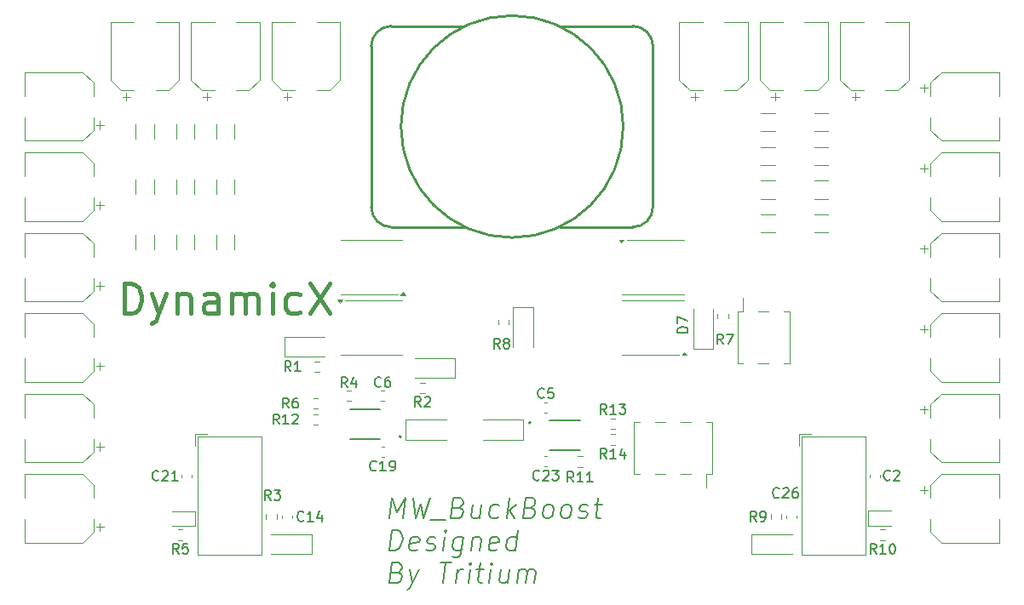
<source format=gbr>
%TF.GenerationSoftware,KiCad,Pcbnew,8.0.2*%
%TF.CreationDate,2024-06-09T17:22:24+08:00*%
%TF.ProjectId,MW_Buck_Boost_PB,4d575f42-7563-46b5-9f42-6f6f73745f50,rev?*%
%TF.SameCoordinates,Original*%
%TF.FileFunction,Legend,Top*%
%TF.FilePolarity,Positive*%
%FSLAX46Y46*%
G04 Gerber Fmt 4.6, Leading zero omitted, Abs format (unit mm)*
G04 Created by KiCad (PCBNEW 8.0.2) date 2024-06-09 17:22:24*
%MOMM*%
%LPD*%
G01*
G04 APERTURE LIST*
%ADD10C,0.400000*%
%ADD11C,0.200000*%
%ADD12C,0.150000*%
%ADD13C,0.127000*%
%ADD14C,0.120000*%
%ADD15C,0.254000*%
G04 APERTURE END LIST*
D10*
X82207442Y-98867057D02*
X82207442Y-95867057D01*
X82207442Y-95867057D02*
X82921728Y-95867057D01*
X82921728Y-95867057D02*
X83350299Y-96009914D01*
X83350299Y-96009914D02*
X83636014Y-96295628D01*
X83636014Y-96295628D02*
X83778871Y-96581342D01*
X83778871Y-96581342D02*
X83921728Y-97152771D01*
X83921728Y-97152771D02*
X83921728Y-97581342D01*
X83921728Y-97581342D02*
X83778871Y-98152771D01*
X83778871Y-98152771D02*
X83636014Y-98438485D01*
X83636014Y-98438485D02*
X83350299Y-98724200D01*
X83350299Y-98724200D02*
X82921728Y-98867057D01*
X82921728Y-98867057D02*
X82207442Y-98867057D01*
X84921728Y-96867057D02*
X85636014Y-98867057D01*
X86350299Y-96867057D02*
X85636014Y-98867057D01*
X85636014Y-98867057D02*
X85350299Y-99581342D01*
X85350299Y-99581342D02*
X85207442Y-99724200D01*
X85207442Y-99724200D02*
X84921728Y-99867057D01*
X87493156Y-96867057D02*
X87493156Y-98867057D01*
X87493156Y-97152771D02*
X87636013Y-97009914D01*
X87636013Y-97009914D02*
X87921728Y-96867057D01*
X87921728Y-96867057D02*
X88350299Y-96867057D01*
X88350299Y-96867057D02*
X88636013Y-97009914D01*
X88636013Y-97009914D02*
X88778871Y-97295628D01*
X88778871Y-97295628D02*
X88778871Y-98867057D01*
X91493157Y-98867057D02*
X91493157Y-97295628D01*
X91493157Y-97295628D02*
X91350299Y-97009914D01*
X91350299Y-97009914D02*
X91064585Y-96867057D01*
X91064585Y-96867057D02*
X90493157Y-96867057D01*
X90493157Y-96867057D02*
X90207442Y-97009914D01*
X91493157Y-98724200D02*
X91207442Y-98867057D01*
X91207442Y-98867057D02*
X90493157Y-98867057D01*
X90493157Y-98867057D02*
X90207442Y-98724200D01*
X90207442Y-98724200D02*
X90064585Y-98438485D01*
X90064585Y-98438485D02*
X90064585Y-98152771D01*
X90064585Y-98152771D02*
X90207442Y-97867057D01*
X90207442Y-97867057D02*
X90493157Y-97724200D01*
X90493157Y-97724200D02*
X91207442Y-97724200D01*
X91207442Y-97724200D02*
X91493157Y-97581342D01*
X92921728Y-98867057D02*
X92921728Y-96867057D01*
X92921728Y-97152771D02*
X93064585Y-97009914D01*
X93064585Y-97009914D02*
X93350300Y-96867057D01*
X93350300Y-96867057D02*
X93778871Y-96867057D01*
X93778871Y-96867057D02*
X94064585Y-97009914D01*
X94064585Y-97009914D02*
X94207443Y-97295628D01*
X94207443Y-97295628D02*
X94207443Y-98867057D01*
X94207443Y-97295628D02*
X94350300Y-97009914D01*
X94350300Y-97009914D02*
X94636014Y-96867057D01*
X94636014Y-96867057D02*
X95064585Y-96867057D01*
X95064585Y-96867057D02*
X95350300Y-97009914D01*
X95350300Y-97009914D02*
X95493157Y-97295628D01*
X95493157Y-97295628D02*
X95493157Y-98867057D01*
X96921728Y-98867057D02*
X96921728Y-96867057D01*
X96921728Y-95867057D02*
X96778871Y-96009914D01*
X96778871Y-96009914D02*
X96921728Y-96152771D01*
X96921728Y-96152771D02*
X97064585Y-96009914D01*
X97064585Y-96009914D02*
X96921728Y-95867057D01*
X96921728Y-95867057D02*
X96921728Y-96152771D01*
X99636014Y-98724200D02*
X99350299Y-98867057D01*
X99350299Y-98867057D02*
X98778871Y-98867057D01*
X98778871Y-98867057D02*
X98493156Y-98724200D01*
X98493156Y-98724200D02*
X98350299Y-98581342D01*
X98350299Y-98581342D02*
X98207442Y-98295628D01*
X98207442Y-98295628D02*
X98207442Y-97438485D01*
X98207442Y-97438485D02*
X98350299Y-97152771D01*
X98350299Y-97152771D02*
X98493156Y-97009914D01*
X98493156Y-97009914D02*
X98778871Y-96867057D01*
X98778871Y-96867057D02*
X99350299Y-96867057D01*
X99350299Y-96867057D02*
X99636014Y-97009914D01*
X100636014Y-95867057D02*
X102636014Y-98867057D01*
X102636014Y-95867057D02*
X100636014Y-98867057D01*
D11*
X108575863Y-119240062D02*
X108825863Y-117240062D01*
X108825863Y-117240062D02*
X109313958Y-118668633D01*
X109313958Y-118668633D02*
X110159197Y-117240062D01*
X110159197Y-117240062D02*
X109909197Y-119240062D01*
X110921101Y-117240062D02*
X111147292Y-119240062D01*
X111147292Y-119240062D02*
X111706815Y-117811490D01*
X111706815Y-117811490D02*
X111909196Y-119240062D01*
X111909196Y-119240062D02*
X112635387Y-117240062D01*
X112647291Y-119430538D02*
X114171101Y-119430538D01*
X115468720Y-118192443D02*
X115742530Y-118287681D01*
X115742530Y-118287681D02*
X115825863Y-118382919D01*
X115825863Y-118382919D02*
X115897292Y-118573395D01*
X115897292Y-118573395D02*
X115861577Y-118859109D01*
X115861577Y-118859109D02*
X115742530Y-119049585D01*
X115742530Y-119049585D02*
X115635387Y-119144824D01*
X115635387Y-119144824D02*
X115433006Y-119240062D01*
X115433006Y-119240062D02*
X114671101Y-119240062D01*
X114671101Y-119240062D02*
X114921101Y-117240062D01*
X114921101Y-117240062D02*
X115587768Y-117240062D01*
X115587768Y-117240062D02*
X115766339Y-117335300D01*
X115766339Y-117335300D02*
X115849673Y-117430538D01*
X115849673Y-117430538D02*
X115921101Y-117621014D01*
X115921101Y-117621014D02*
X115897292Y-117811490D01*
X115897292Y-117811490D02*
X115778244Y-118001966D01*
X115778244Y-118001966D02*
X115671101Y-118097204D01*
X115671101Y-118097204D02*
X115468720Y-118192443D01*
X115468720Y-118192443D02*
X114802054Y-118192443D01*
X117694911Y-117906728D02*
X117528244Y-119240062D01*
X116837768Y-117906728D02*
X116706816Y-118954347D01*
X116706816Y-118954347D02*
X116778244Y-119144824D01*
X116778244Y-119144824D02*
X116956816Y-119240062D01*
X116956816Y-119240062D02*
X117242530Y-119240062D01*
X117242530Y-119240062D02*
X117444911Y-119144824D01*
X117444911Y-119144824D02*
X117552054Y-119049585D01*
X119349673Y-119144824D02*
X119147292Y-119240062D01*
X119147292Y-119240062D02*
X118766340Y-119240062D01*
X118766340Y-119240062D02*
X118587768Y-119144824D01*
X118587768Y-119144824D02*
X118504435Y-119049585D01*
X118504435Y-119049585D02*
X118433006Y-118859109D01*
X118433006Y-118859109D02*
X118504435Y-118287681D01*
X118504435Y-118287681D02*
X118623482Y-118097204D01*
X118623482Y-118097204D02*
X118730625Y-118001966D01*
X118730625Y-118001966D02*
X118933006Y-117906728D01*
X118933006Y-117906728D02*
X119313959Y-117906728D01*
X119313959Y-117906728D02*
X119492530Y-118001966D01*
X120194911Y-119240062D02*
X120444911Y-117240062D01*
X120480626Y-118478157D02*
X120956816Y-119240062D01*
X121123483Y-117906728D02*
X120266340Y-118668633D01*
X122611578Y-118192443D02*
X122885388Y-118287681D01*
X122885388Y-118287681D02*
X122968721Y-118382919D01*
X122968721Y-118382919D02*
X123040150Y-118573395D01*
X123040150Y-118573395D02*
X123004435Y-118859109D01*
X123004435Y-118859109D02*
X122885388Y-119049585D01*
X122885388Y-119049585D02*
X122778245Y-119144824D01*
X122778245Y-119144824D02*
X122575864Y-119240062D01*
X122575864Y-119240062D02*
X121813959Y-119240062D01*
X121813959Y-119240062D02*
X122063959Y-117240062D01*
X122063959Y-117240062D02*
X122730626Y-117240062D01*
X122730626Y-117240062D02*
X122909197Y-117335300D01*
X122909197Y-117335300D02*
X122992531Y-117430538D01*
X122992531Y-117430538D02*
X123063959Y-117621014D01*
X123063959Y-117621014D02*
X123040150Y-117811490D01*
X123040150Y-117811490D02*
X122921102Y-118001966D01*
X122921102Y-118001966D02*
X122813959Y-118097204D01*
X122813959Y-118097204D02*
X122611578Y-118192443D01*
X122611578Y-118192443D02*
X121944912Y-118192443D01*
X124099674Y-119240062D02*
X123921102Y-119144824D01*
X123921102Y-119144824D02*
X123837769Y-119049585D01*
X123837769Y-119049585D02*
X123766340Y-118859109D01*
X123766340Y-118859109D02*
X123837769Y-118287681D01*
X123837769Y-118287681D02*
X123956816Y-118097204D01*
X123956816Y-118097204D02*
X124063959Y-118001966D01*
X124063959Y-118001966D02*
X124266340Y-117906728D01*
X124266340Y-117906728D02*
X124552054Y-117906728D01*
X124552054Y-117906728D02*
X124730626Y-118001966D01*
X124730626Y-118001966D02*
X124813959Y-118097204D01*
X124813959Y-118097204D02*
X124885388Y-118287681D01*
X124885388Y-118287681D02*
X124813959Y-118859109D01*
X124813959Y-118859109D02*
X124694912Y-119049585D01*
X124694912Y-119049585D02*
X124587769Y-119144824D01*
X124587769Y-119144824D02*
X124385388Y-119240062D01*
X124385388Y-119240062D02*
X124099674Y-119240062D01*
X125909198Y-119240062D02*
X125730626Y-119144824D01*
X125730626Y-119144824D02*
X125647293Y-119049585D01*
X125647293Y-119049585D02*
X125575864Y-118859109D01*
X125575864Y-118859109D02*
X125647293Y-118287681D01*
X125647293Y-118287681D02*
X125766340Y-118097204D01*
X125766340Y-118097204D02*
X125873483Y-118001966D01*
X125873483Y-118001966D02*
X126075864Y-117906728D01*
X126075864Y-117906728D02*
X126361578Y-117906728D01*
X126361578Y-117906728D02*
X126540150Y-118001966D01*
X126540150Y-118001966D02*
X126623483Y-118097204D01*
X126623483Y-118097204D02*
X126694912Y-118287681D01*
X126694912Y-118287681D02*
X126623483Y-118859109D01*
X126623483Y-118859109D02*
X126504436Y-119049585D01*
X126504436Y-119049585D02*
X126397293Y-119144824D01*
X126397293Y-119144824D02*
X126194912Y-119240062D01*
X126194912Y-119240062D02*
X125909198Y-119240062D01*
X127349674Y-119144824D02*
X127528245Y-119240062D01*
X127528245Y-119240062D02*
X127909198Y-119240062D01*
X127909198Y-119240062D02*
X128111579Y-119144824D01*
X128111579Y-119144824D02*
X128230626Y-118954347D01*
X128230626Y-118954347D02*
X128242531Y-118859109D01*
X128242531Y-118859109D02*
X128171102Y-118668633D01*
X128171102Y-118668633D02*
X127992531Y-118573395D01*
X127992531Y-118573395D02*
X127706817Y-118573395D01*
X127706817Y-118573395D02*
X127528245Y-118478157D01*
X127528245Y-118478157D02*
X127456817Y-118287681D01*
X127456817Y-118287681D02*
X127468722Y-118192443D01*
X127468722Y-118192443D02*
X127587769Y-118001966D01*
X127587769Y-118001966D02*
X127790150Y-117906728D01*
X127790150Y-117906728D02*
X128075864Y-117906728D01*
X128075864Y-117906728D02*
X128254436Y-118001966D01*
X128933008Y-117906728D02*
X129694912Y-117906728D01*
X129302055Y-117240062D02*
X129087770Y-118954347D01*
X129087770Y-118954347D02*
X129159198Y-119144824D01*
X129159198Y-119144824D02*
X129337770Y-119240062D01*
X129337770Y-119240062D02*
X129528246Y-119240062D01*
X108575863Y-122459950D02*
X108825863Y-120459950D01*
X108825863Y-120459950D02*
X109302054Y-120459950D01*
X109302054Y-120459950D02*
X109575863Y-120555188D01*
X109575863Y-120555188D02*
X109742530Y-120745664D01*
X109742530Y-120745664D02*
X109813958Y-120936140D01*
X109813958Y-120936140D02*
X109861578Y-121317092D01*
X109861578Y-121317092D02*
X109825863Y-121602807D01*
X109825863Y-121602807D02*
X109683006Y-121983759D01*
X109683006Y-121983759D02*
X109563958Y-122174235D01*
X109563958Y-122174235D02*
X109349673Y-122364712D01*
X109349673Y-122364712D02*
X109052054Y-122459950D01*
X109052054Y-122459950D02*
X108575863Y-122459950D01*
X111349673Y-122364712D02*
X111147292Y-122459950D01*
X111147292Y-122459950D02*
X110766339Y-122459950D01*
X110766339Y-122459950D02*
X110587768Y-122364712D01*
X110587768Y-122364712D02*
X110516339Y-122174235D01*
X110516339Y-122174235D02*
X110611578Y-121412331D01*
X110611578Y-121412331D02*
X110730625Y-121221854D01*
X110730625Y-121221854D02*
X110933006Y-121126616D01*
X110933006Y-121126616D02*
X111313958Y-121126616D01*
X111313958Y-121126616D02*
X111492530Y-121221854D01*
X111492530Y-121221854D02*
X111563958Y-121412331D01*
X111563958Y-121412331D02*
X111540149Y-121602807D01*
X111540149Y-121602807D02*
X110563958Y-121793283D01*
X112206816Y-122364712D02*
X112385387Y-122459950D01*
X112385387Y-122459950D02*
X112766340Y-122459950D01*
X112766340Y-122459950D02*
X112968721Y-122364712D01*
X112968721Y-122364712D02*
X113087768Y-122174235D01*
X113087768Y-122174235D02*
X113099673Y-122078997D01*
X113099673Y-122078997D02*
X113028244Y-121888521D01*
X113028244Y-121888521D02*
X112849673Y-121793283D01*
X112849673Y-121793283D02*
X112563959Y-121793283D01*
X112563959Y-121793283D02*
X112385387Y-121698045D01*
X112385387Y-121698045D02*
X112313959Y-121507569D01*
X112313959Y-121507569D02*
X112325864Y-121412331D01*
X112325864Y-121412331D02*
X112444911Y-121221854D01*
X112444911Y-121221854D02*
X112647292Y-121126616D01*
X112647292Y-121126616D02*
X112933006Y-121126616D01*
X112933006Y-121126616D02*
X113111578Y-121221854D01*
X113909197Y-122459950D02*
X114075864Y-121126616D01*
X114159197Y-120459950D02*
X114052054Y-120555188D01*
X114052054Y-120555188D02*
X114135388Y-120650426D01*
X114135388Y-120650426D02*
X114242531Y-120555188D01*
X114242531Y-120555188D02*
X114159197Y-120459950D01*
X114159197Y-120459950D02*
X114135388Y-120650426D01*
X115885388Y-121126616D02*
X115683007Y-122745664D01*
X115683007Y-122745664D02*
X115563959Y-122936140D01*
X115563959Y-122936140D02*
X115456816Y-123031378D01*
X115456816Y-123031378D02*
X115254435Y-123126616D01*
X115254435Y-123126616D02*
X114968721Y-123126616D01*
X114968721Y-123126616D02*
X114790150Y-123031378D01*
X115730626Y-122364712D02*
X115528245Y-122459950D01*
X115528245Y-122459950D02*
X115147293Y-122459950D01*
X115147293Y-122459950D02*
X114968721Y-122364712D01*
X114968721Y-122364712D02*
X114885388Y-122269473D01*
X114885388Y-122269473D02*
X114813959Y-122078997D01*
X114813959Y-122078997D02*
X114885388Y-121507569D01*
X114885388Y-121507569D02*
X115004435Y-121317092D01*
X115004435Y-121317092D02*
X115111578Y-121221854D01*
X115111578Y-121221854D02*
X115313959Y-121126616D01*
X115313959Y-121126616D02*
X115694912Y-121126616D01*
X115694912Y-121126616D02*
X115873483Y-121221854D01*
X116837769Y-121126616D02*
X116671102Y-122459950D01*
X116813959Y-121317092D02*
X116921102Y-121221854D01*
X116921102Y-121221854D02*
X117123483Y-121126616D01*
X117123483Y-121126616D02*
X117409197Y-121126616D01*
X117409197Y-121126616D02*
X117587769Y-121221854D01*
X117587769Y-121221854D02*
X117659197Y-121412331D01*
X117659197Y-121412331D02*
X117528245Y-122459950D01*
X119254436Y-122364712D02*
X119052055Y-122459950D01*
X119052055Y-122459950D02*
X118671102Y-122459950D01*
X118671102Y-122459950D02*
X118492531Y-122364712D01*
X118492531Y-122364712D02*
X118421102Y-122174235D01*
X118421102Y-122174235D02*
X118516341Y-121412331D01*
X118516341Y-121412331D02*
X118635388Y-121221854D01*
X118635388Y-121221854D02*
X118837769Y-121126616D01*
X118837769Y-121126616D02*
X119218721Y-121126616D01*
X119218721Y-121126616D02*
X119397293Y-121221854D01*
X119397293Y-121221854D02*
X119468721Y-121412331D01*
X119468721Y-121412331D02*
X119444912Y-121602807D01*
X119444912Y-121602807D02*
X118468721Y-121793283D01*
X121052055Y-122459950D02*
X121302055Y-120459950D01*
X121063960Y-122364712D02*
X120861579Y-122459950D01*
X120861579Y-122459950D02*
X120480627Y-122459950D01*
X120480627Y-122459950D02*
X120302055Y-122364712D01*
X120302055Y-122364712D02*
X120218722Y-122269473D01*
X120218722Y-122269473D02*
X120147293Y-122078997D01*
X120147293Y-122078997D02*
X120218722Y-121507569D01*
X120218722Y-121507569D02*
X120337769Y-121317092D01*
X120337769Y-121317092D02*
X120444912Y-121221854D01*
X120444912Y-121221854D02*
X120647293Y-121126616D01*
X120647293Y-121126616D02*
X121028246Y-121126616D01*
X121028246Y-121126616D02*
X121206817Y-121221854D01*
X109373482Y-124632219D02*
X109647292Y-124727457D01*
X109647292Y-124727457D02*
X109730625Y-124822695D01*
X109730625Y-124822695D02*
X109802054Y-125013171D01*
X109802054Y-125013171D02*
X109766339Y-125298885D01*
X109766339Y-125298885D02*
X109647292Y-125489361D01*
X109647292Y-125489361D02*
X109540149Y-125584600D01*
X109540149Y-125584600D02*
X109337768Y-125679838D01*
X109337768Y-125679838D02*
X108575863Y-125679838D01*
X108575863Y-125679838D02*
X108825863Y-123679838D01*
X108825863Y-123679838D02*
X109492530Y-123679838D01*
X109492530Y-123679838D02*
X109671101Y-123775076D01*
X109671101Y-123775076D02*
X109754435Y-123870314D01*
X109754435Y-123870314D02*
X109825863Y-124060790D01*
X109825863Y-124060790D02*
X109802054Y-124251266D01*
X109802054Y-124251266D02*
X109683006Y-124441742D01*
X109683006Y-124441742D02*
X109575863Y-124536980D01*
X109575863Y-124536980D02*
X109373482Y-124632219D01*
X109373482Y-124632219D02*
X108706816Y-124632219D01*
X110552054Y-124346504D02*
X110861578Y-125679838D01*
X111504435Y-124346504D02*
X110861578Y-125679838D01*
X110861578Y-125679838D02*
X110611578Y-126156028D01*
X110611578Y-126156028D02*
X110504435Y-126251266D01*
X110504435Y-126251266D02*
X110302054Y-126346504D01*
X113587769Y-123679838D02*
X114730626Y-123679838D01*
X113909198Y-125679838D02*
X114159198Y-123679838D01*
X115147293Y-125679838D02*
X115313960Y-124346504D01*
X115266341Y-124727457D02*
X115385388Y-124536980D01*
X115385388Y-124536980D02*
X115492531Y-124441742D01*
X115492531Y-124441742D02*
X115694912Y-124346504D01*
X115694912Y-124346504D02*
X115885388Y-124346504D01*
X116385388Y-125679838D02*
X116552055Y-124346504D01*
X116635388Y-123679838D02*
X116528245Y-123775076D01*
X116528245Y-123775076D02*
X116611579Y-123870314D01*
X116611579Y-123870314D02*
X116718722Y-123775076D01*
X116718722Y-123775076D02*
X116635388Y-123679838D01*
X116635388Y-123679838D02*
X116611579Y-123870314D01*
X117218722Y-124346504D02*
X117980626Y-124346504D01*
X117587769Y-123679838D02*
X117373484Y-125394123D01*
X117373484Y-125394123D02*
X117444912Y-125584600D01*
X117444912Y-125584600D02*
X117623484Y-125679838D01*
X117623484Y-125679838D02*
X117813960Y-125679838D01*
X118480626Y-125679838D02*
X118647293Y-124346504D01*
X118730626Y-123679838D02*
X118623483Y-123775076D01*
X118623483Y-123775076D02*
X118706817Y-123870314D01*
X118706817Y-123870314D02*
X118813960Y-123775076D01*
X118813960Y-123775076D02*
X118730626Y-123679838D01*
X118730626Y-123679838D02*
X118706817Y-123870314D01*
X120456817Y-124346504D02*
X120290150Y-125679838D01*
X119599674Y-124346504D02*
X119468722Y-125394123D01*
X119468722Y-125394123D02*
X119540150Y-125584600D01*
X119540150Y-125584600D02*
X119718722Y-125679838D01*
X119718722Y-125679838D02*
X120004436Y-125679838D01*
X120004436Y-125679838D02*
X120206817Y-125584600D01*
X120206817Y-125584600D02*
X120313960Y-125489361D01*
X121242531Y-125679838D02*
X121409198Y-124346504D01*
X121385388Y-124536980D02*
X121492531Y-124441742D01*
X121492531Y-124441742D02*
X121694912Y-124346504D01*
X121694912Y-124346504D02*
X121980626Y-124346504D01*
X121980626Y-124346504D02*
X122159198Y-124441742D01*
X122159198Y-124441742D02*
X122230626Y-124632219D01*
X122230626Y-124632219D02*
X122099674Y-125679838D01*
X122230626Y-124632219D02*
X122349674Y-124441742D01*
X122349674Y-124441742D02*
X122552055Y-124346504D01*
X122552055Y-124346504D02*
X122837769Y-124346504D01*
X122837769Y-124346504D02*
X123016341Y-124441742D01*
X123016341Y-124441742D02*
X123087769Y-124632219D01*
X123087769Y-124632219D02*
X122956817Y-125679838D01*
D12*
X123454242Y-115389581D02*
X123406623Y-115437201D01*
X123406623Y-115437201D02*
X123263766Y-115484820D01*
X123263766Y-115484820D02*
X123168528Y-115484820D01*
X123168528Y-115484820D02*
X123025671Y-115437201D01*
X123025671Y-115437201D02*
X122930433Y-115341962D01*
X122930433Y-115341962D02*
X122882814Y-115246724D01*
X122882814Y-115246724D02*
X122835195Y-115056248D01*
X122835195Y-115056248D02*
X122835195Y-114913391D01*
X122835195Y-114913391D02*
X122882814Y-114722915D01*
X122882814Y-114722915D02*
X122930433Y-114627677D01*
X122930433Y-114627677D02*
X123025671Y-114532439D01*
X123025671Y-114532439D02*
X123168528Y-114484820D01*
X123168528Y-114484820D02*
X123263766Y-114484820D01*
X123263766Y-114484820D02*
X123406623Y-114532439D01*
X123406623Y-114532439D02*
X123454242Y-114580058D01*
X123835195Y-114580058D02*
X123882814Y-114532439D01*
X123882814Y-114532439D02*
X123978052Y-114484820D01*
X123978052Y-114484820D02*
X124216147Y-114484820D01*
X124216147Y-114484820D02*
X124311385Y-114532439D01*
X124311385Y-114532439D02*
X124359004Y-114580058D01*
X124359004Y-114580058D02*
X124406623Y-114675296D01*
X124406623Y-114675296D02*
X124406623Y-114770534D01*
X124406623Y-114770534D02*
X124359004Y-114913391D01*
X124359004Y-114913391D02*
X123787576Y-115484820D01*
X123787576Y-115484820D02*
X124406623Y-115484820D01*
X124739957Y-114484820D02*
X125359004Y-114484820D01*
X125359004Y-114484820D02*
X125025671Y-114865772D01*
X125025671Y-114865772D02*
X125168528Y-114865772D01*
X125168528Y-114865772D02*
X125263766Y-114913391D01*
X125263766Y-114913391D02*
X125311385Y-114961010D01*
X125311385Y-114961010D02*
X125359004Y-115056248D01*
X125359004Y-115056248D02*
X125359004Y-115294343D01*
X125359004Y-115294343D02*
X125311385Y-115389581D01*
X125311385Y-115389581D02*
X125263766Y-115437201D01*
X125263766Y-115437201D02*
X125168528Y-115484820D01*
X125168528Y-115484820D02*
X124882814Y-115484820D01*
X124882814Y-115484820D02*
X124787576Y-115437201D01*
X124787576Y-115437201D02*
X124739957Y-115389581D01*
X147287142Y-117124580D02*
X147239523Y-117172200D01*
X147239523Y-117172200D02*
X147096666Y-117219819D01*
X147096666Y-117219819D02*
X147001428Y-117219819D01*
X147001428Y-117219819D02*
X146858571Y-117172200D01*
X146858571Y-117172200D02*
X146763333Y-117076961D01*
X146763333Y-117076961D02*
X146715714Y-116981723D01*
X146715714Y-116981723D02*
X146668095Y-116791247D01*
X146668095Y-116791247D02*
X146668095Y-116648390D01*
X146668095Y-116648390D02*
X146715714Y-116457914D01*
X146715714Y-116457914D02*
X146763333Y-116362676D01*
X146763333Y-116362676D02*
X146858571Y-116267438D01*
X146858571Y-116267438D02*
X147001428Y-116219819D01*
X147001428Y-116219819D02*
X147096666Y-116219819D01*
X147096666Y-116219819D02*
X147239523Y-116267438D01*
X147239523Y-116267438D02*
X147287142Y-116315057D01*
X147668095Y-116315057D02*
X147715714Y-116267438D01*
X147715714Y-116267438D02*
X147810952Y-116219819D01*
X147810952Y-116219819D02*
X148049047Y-116219819D01*
X148049047Y-116219819D02*
X148144285Y-116267438D01*
X148144285Y-116267438D02*
X148191904Y-116315057D01*
X148191904Y-116315057D02*
X148239523Y-116410295D01*
X148239523Y-116410295D02*
X148239523Y-116505533D01*
X148239523Y-116505533D02*
X148191904Y-116648390D01*
X148191904Y-116648390D02*
X147620476Y-117219819D01*
X147620476Y-117219819D02*
X148239523Y-117219819D01*
X149096666Y-116219819D02*
X148906190Y-116219819D01*
X148906190Y-116219819D02*
X148810952Y-116267438D01*
X148810952Y-116267438D02*
X148763333Y-116315057D01*
X148763333Y-116315057D02*
X148668095Y-116457914D01*
X148668095Y-116457914D02*
X148620476Y-116648390D01*
X148620476Y-116648390D02*
X148620476Y-117029342D01*
X148620476Y-117029342D02*
X148668095Y-117124580D01*
X148668095Y-117124580D02*
X148715714Y-117172200D01*
X148715714Y-117172200D02*
X148810952Y-117219819D01*
X148810952Y-117219819D02*
X149001428Y-117219819D01*
X149001428Y-117219819D02*
X149096666Y-117172200D01*
X149096666Y-117172200D02*
X149144285Y-117124580D01*
X149144285Y-117124580D02*
X149191904Y-117029342D01*
X149191904Y-117029342D02*
X149191904Y-116791247D01*
X149191904Y-116791247D02*
X149144285Y-116696009D01*
X149144285Y-116696009D02*
X149096666Y-116648390D01*
X149096666Y-116648390D02*
X149001428Y-116600771D01*
X149001428Y-116600771D02*
X148810952Y-116600771D01*
X148810952Y-116600771D02*
X148715714Y-116648390D01*
X148715714Y-116648390D02*
X148668095Y-116696009D01*
X148668095Y-116696009D02*
X148620476Y-116791247D01*
X111683333Y-108159819D02*
X111350000Y-107683628D01*
X111111905Y-108159819D02*
X111111905Y-107159819D01*
X111111905Y-107159819D02*
X111492857Y-107159819D01*
X111492857Y-107159819D02*
X111588095Y-107207438D01*
X111588095Y-107207438D02*
X111635714Y-107255057D01*
X111635714Y-107255057D02*
X111683333Y-107350295D01*
X111683333Y-107350295D02*
X111683333Y-107493152D01*
X111683333Y-107493152D02*
X111635714Y-107588390D01*
X111635714Y-107588390D02*
X111588095Y-107636009D01*
X111588095Y-107636009D02*
X111492857Y-107683628D01*
X111492857Y-107683628D02*
X111111905Y-107683628D01*
X112064286Y-107255057D02*
X112111905Y-107207438D01*
X112111905Y-107207438D02*
X112207143Y-107159819D01*
X112207143Y-107159819D02*
X112445238Y-107159819D01*
X112445238Y-107159819D02*
X112540476Y-107207438D01*
X112540476Y-107207438D02*
X112588095Y-107255057D01*
X112588095Y-107255057D02*
X112635714Y-107350295D01*
X112635714Y-107350295D02*
X112635714Y-107445533D01*
X112635714Y-107445533D02*
X112588095Y-107588390D01*
X112588095Y-107588390D02*
X112016667Y-108159819D01*
X112016667Y-108159819D02*
X112635714Y-108159819D01*
X104363333Y-106219819D02*
X104030000Y-105743628D01*
X103791905Y-106219819D02*
X103791905Y-105219819D01*
X103791905Y-105219819D02*
X104172857Y-105219819D01*
X104172857Y-105219819D02*
X104268095Y-105267438D01*
X104268095Y-105267438D02*
X104315714Y-105315057D01*
X104315714Y-105315057D02*
X104363333Y-105410295D01*
X104363333Y-105410295D02*
X104363333Y-105553152D01*
X104363333Y-105553152D02*
X104315714Y-105648390D01*
X104315714Y-105648390D02*
X104268095Y-105696009D01*
X104268095Y-105696009D02*
X104172857Y-105743628D01*
X104172857Y-105743628D02*
X103791905Y-105743628D01*
X105220476Y-105553152D02*
X105220476Y-106219819D01*
X104982381Y-105172200D02*
X104744286Y-105886485D01*
X104744286Y-105886485D02*
X105363333Y-105886485D01*
X123930433Y-107204581D02*
X123882814Y-107252201D01*
X123882814Y-107252201D02*
X123739957Y-107299820D01*
X123739957Y-107299820D02*
X123644719Y-107299820D01*
X123644719Y-107299820D02*
X123501862Y-107252201D01*
X123501862Y-107252201D02*
X123406624Y-107156962D01*
X123406624Y-107156962D02*
X123359005Y-107061724D01*
X123359005Y-107061724D02*
X123311386Y-106871248D01*
X123311386Y-106871248D02*
X123311386Y-106728391D01*
X123311386Y-106728391D02*
X123359005Y-106537915D01*
X123359005Y-106537915D02*
X123406624Y-106442677D01*
X123406624Y-106442677D02*
X123501862Y-106347439D01*
X123501862Y-106347439D02*
X123644719Y-106299820D01*
X123644719Y-106299820D02*
X123739957Y-106299820D01*
X123739957Y-106299820D02*
X123882814Y-106347439D01*
X123882814Y-106347439D02*
X123930433Y-106395058D01*
X124835195Y-106299820D02*
X124359005Y-106299820D01*
X124359005Y-106299820D02*
X124311386Y-106776010D01*
X124311386Y-106776010D02*
X124359005Y-106728391D01*
X124359005Y-106728391D02*
X124454243Y-106680772D01*
X124454243Y-106680772D02*
X124692338Y-106680772D01*
X124692338Y-106680772D02*
X124787576Y-106728391D01*
X124787576Y-106728391D02*
X124835195Y-106776010D01*
X124835195Y-106776010D02*
X124882814Y-106871248D01*
X124882814Y-106871248D02*
X124882814Y-107109343D01*
X124882814Y-107109343D02*
X124835195Y-107204581D01*
X124835195Y-107204581D02*
X124787576Y-107252201D01*
X124787576Y-107252201D02*
X124692338Y-107299820D01*
X124692338Y-107299820D02*
X124454243Y-107299820D01*
X124454243Y-107299820D02*
X124359005Y-107252201D01*
X124359005Y-107252201D02*
X124311386Y-107204581D01*
X97587142Y-109879819D02*
X97253809Y-109403628D01*
X97015714Y-109879819D02*
X97015714Y-108879819D01*
X97015714Y-108879819D02*
X97396666Y-108879819D01*
X97396666Y-108879819D02*
X97491904Y-108927438D01*
X97491904Y-108927438D02*
X97539523Y-108975057D01*
X97539523Y-108975057D02*
X97587142Y-109070295D01*
X97587142Y-109070295D02*
X97587142Y-109213152D01*
X97587142Y-109213152D02*
X97539523Y-109308390D01*
X97539523Y-109308390D02*
X97491904Y-109356009D01*
X97491904Y-109356009D02*
X97396666Y-109403628D01*
X97396666Y-109403628D02*
X97015714Y-109403628D01*
X98539523Y-109879819D02*
X97968095Y-109879819D01*
X98253809Y-109879819D02*
X98253809Y-108879819D01*
X98253809Y-108879819D02*
X98158571Y-109022676D01*
X98158571Y-109022676D02*
X98063333Y-109117914D01*
X98063333Y-109117914D02*
X97968095Y-109165533D01*
X98920476Y-108975057D02*
X98968095Y-108927438D01*
X98968095Y-108927438D02*
X99063333Y-108879819D01*
X99063333Y-108879819D02*
X99301428Y-108879819D01*
X99301428Y-108879819D02*
X99396666Y-108927438D01*
X99396666Y-108927438D02*
X99444285Y-108975057D01*
X99444285Y-108975057D02*
X99491904Y-109070295D01*
X99491904Y-109070295D02*
X99491904Y-109165533D01*
X99491904Y-109165533D02*
X99444285Y-109308390D01*
X99444285Y-109308390D02*
X98872857Y-109879819D01*
X98872857Y-109879819D02*
X99491904Y-109879819D01*
X130132142Y-113309819D02*
X129798809Y-112833628D01*
X129560714Y-113309819D02*
X129560714Y-112309819D01*
X129560714Y-112309819D02*
X129941666Y-112309819D01*
X129941666Y-112309819D02*
X130036904Y-112357438D01*
X130036904Y-112357438D02*
X130084523Y-112405057D01*
X130084523Y-112405057D02*
X130132142Y-112500295D01*
X130132142Y-112500295D02*
X130132142Y-112643152D01*
X130132142Y-112643152D02*
X130084523Y-112738390D01*
X130084523Y-112738390D02*
X130036904Y-112786009D01*
X130036904Y-112786009D02*
X129941666Y-112833628D01*
X129941666Y-112833628D02*
X129560714Y-112833628D01*
X131084523Y-113309819D02*
X130513095Y-113309819D01*
X130798809Y-113309819D02*
X130798809Y-112309819D01*
X130798809Y-112309819D02*
X130703571Y-112452676D01*
X130703571Y-112452676D02*
X130608333Y-112547914D01*
X130608333Y-112547914D02*
X130513095Y-112595533D01*
X131941666Y-112643152D02*
X131941666Y-113309819D01*
X131703571Y-112262200D02*
X131465476Y-112976485D01*
X131465476Y-112976485D02*
X132084523Y-112976485D01*
X138204819Y-100763094D02*
X137204819Y-100763094D01*
X137204819Y-100763094D02*
X137204819Y-100524999D01*
X137204819Y-100524999D02*
X137252438Y-100382142D01*
X137252438Y-100382142D02*
X137347676Y-100286904D01*
X137347676Y-100286904D02*
X137442914Y-100239285D01*
X137442914Y-100239285D02*
X137633390Y-100191666D01*
X137633390Y-100191666D02*
X137776247Y-100191666D01*
X137776247Y-100191666D02*
X137966723Y-100239285D01*
X137966723Y-100239285D02*
X138061961Y-100286904D01*
X138061961Y-100286904D02*
X138157200Y-100382142D01*
X138157200Y-100382142D02*
X138204819Y-100524999D01*
X138204819Y-100524999D02*
X138204819Y-100763094D01*
X137204819Y-99858332D02*
X137204819Y-99191666D01*
X137204819Y-99191666D02*
X138204819Y-99620237D01*
X130132142Y-108874819D02*
X129798809Y-108398628D01*
X129560714Y-108874819D02*
X129560714Y-107874819D01*
X129560714Y-107874819D02*
X129941666Y-107874819D01*
X129941666Y-107874819D02*
X130036904Y-107922438D01*
X130036904Y-107922438D02*
X130084523Y-107970057D01*
X130084523Y-107970057D02*
X130132142Y-108065295D01*
X130132142Y-108065295D02*
X130132142Y-108208152D01*
X130132142Y-108208152D02*
X130084523Y-108303390D01*
X130084523Y-108303390D02*
X130036904Y-108351009D01*
X130036904Y-108351009D02*
X129941666Y-108398628D01*
X129941666Y-108398628D02*
X129560714Y-108398628D01*
X131084523Y-108874819D02*
X130513095Y-108874819D01*
X130798809Y-108874819D02*
X130798809Y-107874819D01*
X130798809Y-107874819D02*
X130703571Y-108017676D01*
X130703571Y-108017676D02*
X130608333Y-108112914D01*
X130608333Y-108112914D02*
X130513095Y-108160533D01*
X131417857Y-107874819D02*
X132036904Y-107874819D01*
X132036904Y-107874819D02*
X131703571Y-108255771D01*
X131703571Y-108255771D02*
X131846428Y-108255771D01*
X131846428Y-108255771D02*
X131941666Y-108303390D01*
X131941666Y-108303390D02*
X131989285Y-108351009D01*
X131989285Y-108351009D02*
X132036904Y-108446247D01*
X132036904Y-108446247D02*
X132036904Y-108684342D01*
X132036904Y-108684342D02*
X131989285Y-108779580D01*
X131989285Y-108779580D02*
X131941666Y-108827200D01*
X131941666Y-108827200D02*
X131846428Y-108874819D01*
X131846428Y-108874819D02*
X131560714Y-108874819D01*
X131560714Y-108874819D02*
X131465476Y-108827200D01*
X131465476Y-108827200D02*
X131417857Y-108779580D01*
X119523333Y-102369819D02*
X119190000Y-101893628D01*
X118951905Y-102369819D02*
X118951905Y-101369819D01*
X118951905Y-101369819D02*
X119332857Y-101369819D01*
X119332857Y-101369819D02*
X119428095Y-101417438D01*
X119428095Y-101417438D02*
X119475714Y-101465057D01*
X119475714Y-101465057D02*
X119523333Y-101560295D01*
X119523333Y-101560295D02*
X119523333Y-101703152D01*
X119523333Y-101703152D02*
X119475714Y-101798390D01*
X119475714Y-101798390D02*
X119428095Y-101846009D01*
X119428095Y-101846009D02*
X119332857Y-101893628D01*
X119332857Y-101893628D02*
X118951905Y-101893628D01*
X120094762Y-101798390D02*
X119999524Y-101750771D01*
X119999524Y-101750771D02*
X119951905Y-101703152D01*
X119951905Y-101703152D02*
X119904286Y-101607914D01*
X119904286Y-101607914D02*
X119904286Y-101560295D01*
X119904286Y-101560295D02*
X119951905Y-101465057D01*
X119951905Y-101465057D02*
X119999524Y-101417438D01*
X119999524Y-101417438D02*
X120094762Y-101369819D01*
X120094762Y-101369819D02*
X120285238Y-101369819D01*
X120285238Y-101369819D02*
X120380476Y-101417438D01*
X120380476Y-101417438D02*
X120428095Y-101465057D01*
X120428095Y-101465057D02*
X120475714Y-101560295D01*
X120475714Y-101560295D02*
X120475714Y-101607914D01*
X120475714Y-101607914D02*
X120428095Y-101703152D01*
X120428095Y-101703152D02*
X120380476Y-101750771D01*
X120380476Y-101750771D02*
X120285238Y-101798390D01*
X120285238Y-101798390D02*
X120094762Y-101798390D01*
X120094762Y-101798390D02*
X119999524Y-101846009D01*
X119999524Y-101846009D02*
X119951905Y-101893628D01*
X119951905Y-101893628D02*
X119904286Y-101988866D01*
X119904286Y-101988866D02*
X119904286Y-102179342D01*
X119904286Y-102179342D02*
X119951905Y-102274580D01*
X119951905Y-102274580D02*
X119999524Y-102322200D01*
X119999524Y-102322200D02*
X120094762Y-102369819D01*
X120094762Y-102369819D02*
X120285238Y-102369819D01*
X120285238Y-102369819D02*
X120380476Y-102322200D01*
X120380476Y-102322200D02*
X120428095Y-102274580D01*
X120428095Y-102274580D02*
X120475714Y-102179342D01*
X120475714Y-102179342D02*
X120475714Y-101988866D01*
X120475714Y-101988866D02*
X120428095Y-101893628D01*
X120428095Y-101893628D02*
X120380476Y-101846009D01*
X120380476Y-101846009D02*
X120285238Y-101798390D01*
X107713333Y-106094580D02*
X107665714Y-106142200D01*
X107665714Y-106142200D02*
X107522857Y-106189819D01*
X107522857Y-106189819D02*
X107427619Y-106189819D01*
X107427619Y-106189819D02*
X107284762Y-106142200D01*
X107284762Y-106142200D02*
X107189524Y-106046961D01*
X107189524Y-106046961D02*
X107141905Y-105951723D01*
X107141905Y-105951723D02*
X107094286Y-105761247D01*
X107094286Y-105761247D02*
X107094286Y-105618390D01*
X107094286Y-105618390D02*
X107141905Y-105427914D01*
X107141905Y-105427914D02*
X107189524Y-105332676D01*
X107189524Y-105332676D02*
X107284762Y-105237438D01*
X107284762Y-105237438D02*
X107427619Y-105189819D01*
X107427619Y-105189819D02*
X107522857Y-105189819D01*
X107522857Y-105189819D02*
X107665714Y-105237438D01*
X107665714Y-105237438D02*
X107713333Y-105285057D01*
X108570476Y-105189819D02*
X108380000Y-105189819D01*
X108380000Y-105189819D02*
X108284762Y-105237438D01*
X108284762Y-105237438D02*
X108237143Y-105285057D01*
X108237143Y-105285057D02*
X108141905Y-105427914D01*
X108141905Y-105427914D02*
X108094286Y-105618390D01*
X108094286Y-105618390D02*
X108094286Y-105999342D01*
X108094286Y-105999342D02*
X108141905Y-106094580D01*
X108141905Y-106094580D02*
X108189524Y-106142200D01*
X108189524Y-106142200D02*
X108284762Y-106189819D01*
X108284762Y-106189819D02*
X108475238Y-106189819D01*
X108475238Y-106189819D02*
X108570476Y-106142200D01*
X108570476Y-106142200D02*
X108618095Y-106094580D01*
X108618095Y-106094580D02*
X108665714Y-105999342D01*
X108665714Y-105999342D02*
X108665714Y-105761247D01*
X108665714Y-105761247D02*
X108618095Y-105666009D01*
X108618095Y-105666009D02*
X108570476Y-105618390D01*
X108570476Y-105618390D02*
X108475238Y-105570771D01*
X108475238Y-105570771D02*
X108284762Y-105570771D01*
X108284762Y-105570771D02*
X108189524Y-105618390D01*
X108189524Y-105618390D02*
X108141905Y-105666009D01*
X108141905Y-105666009D02*
X108094286Y-105761247D01*
X87608333Y-122778569D02*
X87275000Y-122302378D01*
X87036905Y-122778569D02*
X87036905Y-121778569D01*
X87036905Y-121778569D02*
X87417857Y-121778569D01*
X87417857Y-121778569D02*
X87513095Y-121826188D01*
X87513095Y-121826188D02*
X87560714Y-121873807D01*
X87560714Y-121873807D02*
X87608333Y-121969045D01*
X87608333Y-121969045D02*
X87608333Y-122111902D01*
X87608333Y-122111902D02*
X87560714Y-122207140D01*
X87560714Y-122207140D02*
X87513095Y-122254759D01*
X87513095Y-122254759D02*
X87417857Y-122302378D01*
X87417857Y-122302378D02*
X87036905Y-122302378D01*
X88513095Y-121778569D02*
X88036905Y-121778569D01*
X88036905Y-121778569D02*
X87989286Y-122254759D01*
X87989286Y-122254759D02*
X88036905Y-122207140D01*
X88036905Y-122207140D02*
X88132143Y-122159521D01*
X88132143Y-122159521D02*
X88370238Y-122159521D01*
X88370238Y-122159521D02*
X88465476Y-122207140D01*
X88465476Y-122207140D02*
X88513095Y-122254759D01*
X88513095Y-122254759D02*
X88560714Y-122349997D01*
X88560714Y-122349997D02*
X88560714Y-122588092D01*
X88560714Y-122588092D02*
X88513095Y-122683330D01*
X88513095Y-122683330D02*
X88465476Y-122730950D01*
X88465476Y-122730950D02*
X88370238Y-122778569D01*
X88370238Y-122778569D02*
X88132143Y-122778569D01*
X88132143Y-122778569D02*
X88036905Y-122730950D01*
X88036905Y-122730950D02*
X87989286Y-122683330D01*
X126854242Y-115629819D02*
X126520909Y-115153628D01*
X126282814Y-115629819D02*
X126282814Y-114629819D01*
X126282814Y-114629819D02*
X126663766Y-114629819D01*
X126663766Y-114629819D02*
X126759004Y-114677438D01*
X126759004Y-114677438D02*
X126806623Y-114725057D01*
X126806623Y-114725057D02*
X126854242Y-114820295D01*
X126854242Y-114820295D02*
X126854242Y-114963152D01*
X126854242Y-114963152D02*
X126806623Y-115058390D01*
X126806623Y-115058390D02*
X126759004Y-115106009D01*
X126759004Y-115106009D02*
X126663766Y-115153628D01*
X126663766Y-115153628D02*
X126282814Y-115153628D01*
X127806623Y-115629819D02*
X127235195Y-115629819D01*
X127520909Y-115629819D02*
X127520909Y-114629819D01*
X127520909Y-114629819D02*
X127425671Y-114772676D01*
X127425671Y-114772676D02*
X127330433Y-114867914D01*
X127330433Y-114867914D02*
X127235195Y-114915533D01*
X128759004Y-115629819D02*
X128187576Y-115629819D01*
X128473290Y-115629819D02*
X128473290Y-114629819D01*
X128473290Y-114629819D02*
X128378052Y-114772676D01*
X128378052Y-114772676D02*
X128282814Y-114867914D01*
X128282814Y-114867914D02*
X128187576Y-114915533D01*
X141713333Y-101929819D02*
X141380000Y-101453628D01*
X141141905Y-101929819D02*
X141141905Y-100929819D01*
X141141905Y-100929819D02*
X141522857Y-100929819D01*
X141522857Y-100929819D02*
X141618095Y-100977438D01*
X141618095Y-100977438D02*
X141665714Y-101025057D01*
X141665714Y-101025057D02*
X141713333Y-101120295D01*
X141713333Y-101120295D02*
X141713333Y-101263152D01*
X141713333Y-101263152D02*
X141665714Y-101358390D01*
X141665714Y-101358390D02*
X141618095Y-101406009D01*
X141618095Y-101406009D02*
X141522857Y-101453628D01*
X141522857Y-101453628D02*
X141141905Y-101453628D01*
X142046667Y-100929819D02*
X142713333Y-100929819D01*
X142713333Y-100929819D02*
X142284762Y-101929819D01*
X156937142Y-122789819D02*
X156603809Y-122313628D01*
X156365714Y-122789819D02*
X156365714Y-121789819D01*
X156365714Y-121789819D02*
X156746666Y-121789819D01*
X156746666Y-121789819D02*
X156841904Y-121837438D01*
X156841904Y-121837438D02*
X156889523Y-121885057D01*
X156889523Y-121885057D02*
X156937142Y-121980295D01*
X156937142Y-121980295D02*
X156937142Y-122123152D01*
X156937142Y-122123152D02*
X156889523Y-122218390D01*
X156889523Y-122218390D02*
X156841904Y-122266009D01*
X156841904Y-122266009D02*
X156746666Y-122313628D01*
X156746666Y-122313628D02*
X156365714Y-122313628D01*
X157889523Y-122789819D02*
X157318095Y-122789819D01*
X157603809Y-122789819D02*
X157603809Y-121789819D01*
X157603809Y-121789819D02*
X157508571Y-121932676D01*
X157508571Y-121932676D02*
X157413333Y-122027914D01*
X157413333Y-122027914D02*
X157318095Y-122075533D01*
X158508571Y-121789819D02*
X158603809Y-121789819D01*
X158603809Y-121789819D02*
X158699047Y-121837438D01*
X158699047Y-121837438D02*
X158746666Y-121885057D01*
X158746666Y-121885057D02*
X158794285Y-121980295D01*
X158794285Y-121980295D02*
X158841904Y-122170771D01*
X158841904Y-122170771D02*
X158841904Y-122408866D01*
X158841904Y-122408866D02*
X158794285Y-122599342D01*
X158794285Y-122599342D02*
X158746666Y-122694580D01*
X158746666Y-122694580D02*
X158699047Y-122742200D01*
X158699047Y-122742200D02*
X158603809Y-122789819D01*
X158603809Y-122789819D02*
X158508571Y-122789819D01*
X158508571Y-122789819D02*
X158413333Y-122742200D01*
X158413333Y-122742200D02*
X158365714Y-122694580D01*
X158365714Y-122694580D02*
X158318095Y-122599342D01*
X158318095Y-122599342D02*
X158270476Y-122408866D01*
X158270476Y-122408866D02*
X158270476Y-122170771D01*
X158270476Y-122170771D02*
X158318095Y-121980295D01*
X158318095Y-121980295D02*
X158365714Y-121885057D01*
X158365714Y-121885057D02*
X158413333Y-121837438D01*
X158413333Y-121837438D02*
X158508571Y-121789819D01*
X96743333Y-117439819D02*
X96410000Y-116963628D01*
X96171905Y-117439819D02*
X96171905Y-116439819D01*
X96171905Y-116439819D02*
X96552857Y-116439819D01*
X96552857Y-116439819D02*
X96648095Y-116487438D01*
X96648095Y-116487438D02*
X96695714Y-116535057D01*
X96695714Y-116535057D02*
X96743333Y-116630295D01*
X96743333Y-116630295D02*
X96743333Y-116773152D01*
X96743333Y-116773152D02*
X96695714Y-116868390D01*
X96695714Y-116868390D02*
X96648095Y-116916009D01*
X96648095Y-116916009D02*
X96552857Y-116963628D01*
X96552857Y-116963628D02*
X96171905Y-116963628D01*
X97076667Y-116439819D02*
X97695714Y-116439819D01*
X97695714Y-116439819D02*
X97362381Y-116820771D01*
X97362381Y-116820771D02*
X97505238Y-116820771D01*
X97505238Y-116820771D02*
X97600476Y-116868390D01*
X97600476Y-116868390D02*
X97648095Y-116916009D01*
X97648095Y-116916009D02*
X97695714Y-117011247D01*
X97695714Y-117011247D02*
X97695714Y-117249342D01*
X97695714Y-117249342D02*
X97648095Y-117344580D01*
X97648095Y-117344580D02*
X97600476Y-117392200D01*
X97600476Y-117392200D02*
X97505238Y-117439819D01*
X97505238Y-117439819D02*
X97219524Y-117439819D01*
X97219524Y-117439819D02*
X97124286Y-117392200D01*
X97124286Y-117392200D02*
X97076667Y-117344580D01*
X100027142Y-119454580D02*
X99979523Y-119502200D01*
X99979523Y-119502200D02*
X99836666Y-119549819D01*
X99836666Y-119549819D02*
X99741428Y-119549819D01*
X99741428Y-119549819D02*
X99598571Y-119502200D01*
X99598571Y-119502200D02*
X99503333Y-119406961D01*
X99503333Y-119406961D02*
X99455714Y-119311723D01*
X99455714Y-119311723D02*
X99408095Y-119121247D01*
X99408095Y-119121247D02*
X99408095Y-118978390D01*
X99408095Y-118978390D02*
X99455714Y-118787914D01*
X99455714Y-118787914D02*
X99503333Y-118692676D01*
X99503333Y-118692676D02*
X99598571Y-118597438D01*
X99598571Y-118597438D02*
X99741428Y-118549819D01*
X99741428Y-118549819D02*
X99836666Y-118549819D01*
X99836666Y-118549819D02*
X99979523Y-118597438D01*
X99979523Y-118597438D02*
X100027142Y-118645057D01*
X100979523Y-119549819D02*
X100408095Y-119549819D01*
X100693809Y-119549819D02*
X100693809Y-118549819D01*
X100693809Y-118549819D02*
X100598571Y-118692676D01*
X100598571Y-118692676D02*
X100503333Y-118787914D01*
X100503333Y-118787914D02*
X100408095Y-118835533D01*
X101836666Y-118883152D02*
X101836666Y-119549819D01*
X101598571Y-118502200D02*
X101360476Y-119216485D01*
X101360476Y-119216485D02*
X101979523Y-119216485D01*
X158308333Y-115384580D02*
X158260714Y-115432200D01*
X158260714Y-115432200D02*
X158117857Y-115479819D01*
X158117857Y-115479819D02*
X158022619Y-115479819D01*
X158022619Y-115479819D02*
X157879762Y-115432200D01*
X157879762Y-115432200D02*
X157784524Y-115336961D01*
X157784524Y-115336961D02*
X157736905Y-115241723D01*
X157736905Y-115241723D02*
X157689286Y-115051247D01*
X157689286Y-115051247D02*
X157689286Y-114908390D01*
X157689286Y-114908390D02*
X157736905Y-114717914D01*
X157736905Y-114717914D02*
X157784524Y-114622676D01*
X157784524Y-114622676D02*
X157879762Y-114527438D01*
X157879762Y-114527438D02*
X158022619Y-114479819D01*
X158022619Y-114479819D02*
X158117857Y-114479819D01*
X158117857Y-114479819D02*
X158260714Y-114527438D01*
X158260714Y-114527438D02*
X158308333Y-114575057D01*
X158689286Y-114575057D02*
X158736905Y-114527438D01*
X158736905Y-114527438D02*
X158832143Y-114479819D01*
X158832143Y-114479819D02*
X159070238Y-114479819D01*
X159070238Y-114479819D02*
X159165476Y-114527438D01*
X159165476Y-114527438D02*
X159213095Y-114575057D01*
X159213095Y-114575057D02*
X159260714Y-114670295D01*
X159260714Y-114670295D02*
X159260714Y-114765533D01*
X159260714Y-114765533D02*
X159213095Y-114908390D01*
X159213095Y-114908390D02*
X158641667Y-115479819D01*
X158641667Y-115479819D02*
X159260714Y-115479819D01*
X98543333Y-108279819D02*
X98210000Y-107803628D01*
X97971905Y-108279819D02*
X97971905Y-107279819D01*
X97971905Y-107279819D02*
X98352857Y-107279819D01*
X98352857Y-107279819D02*
X98448095Y-107327438D01*
X98448095Y-107327438D02*
X98495714Y-107375057D01*
X98495714Y-107375057D02*
X98543333Y-107470295D01*
X98543333Y-107470295D02*
X98543333Y-107613152D01*
X98543333Y-107613152D02*
X98495714Y-107708390D01*
X98495714Y-107708390D02*
X98448095Y-107756009D01*
X98448095Y-107756009D02*
X98352857Y-107803628D01*
X98352857Y-107803628D02*
X97971905Y-107803628D01*
X99400476Y-107279819D02*
X99210000Y-107279819D01*
X99210000Y-107279819D02*
X99114762Y-107327438D01*
X99114762Y-107327438D02*
X99067143Y-107375057D01*
X99067143Y-107375057D02*
X98971905Y-107517914D01*
X98971905Y-107517914D02*
X98924286Y-107708390D01*
X98924286Y-107708390D02*
X98924286Y-108089342D01*
X98924286Y-108089342D02*
X98971905Y-108184580D01*
X98971905Y-108184580D02*
X99019524Y-108232200D01*
X99019524Y-108232200D02*
X99114762Y-108279819D01*
X99114762Y-108279819D02*
X99305238Y-108279819D01*
X99305238Y-108279819D02*
X99400476Y-108232200D01*
X99400476Y-108232200D02*
X99448095Y-108184580D01*
X99448095Y-108184580D02*
X99495714Y-108089342D01*
X99495714Y-108089342D02*
X99495714Y-107851247D01*
X99495714Y-107851247D02*
X99448095Y-107756009D01*
X99448095Y-107756009D02*
X99400476Y-107708390D01*
X99400476Y-107708390D02*
X99305238Y-107660771D01*
X99305238Y-107660771D02*
X99114762Y-107660771D01*
X99114762Y-107660771D02*
X99019524Y-107708390D01*
X99019524Y-107708390D02*
X98971905Y-107756009D01*
X98971905Y-107756009D02*
X98924286Y-107851247D01*
X145013333Y-119559819D02*
X144680000Y-119083628D01*
X144441905Y-119559819D02*
X144441905Y-118559819D01*
X144441905Y-118559819D02*
X144822857Y-118559819D01*
X144822857Y-118559819D02*
X144918095Y-118607438D01*
X144918095Y-118607438D02*
X144965714Y-118655057D01*
X144965714Y-118655057D02*
X145013333Y-118750295D01*
X145013333Y-118750295D02*
X145013333Y-118893152D01*
X145013333Y-118893152D02*
X144965714Y-118988390D01*
X144965714Y-118988390D02*
X144918095Y-119036009D01*
X144918095Y-119036009D02*
X144822857Y-119083628D01*
X144822857Y-119083628D02*
X144441905Y-119083628D01*
X145489524Y-119559819D02*
X145680000Y-119559819D01*
X145680000Y-119559819D02*
X145775238Y-119512200D01*
X145775238Y-119512200D02*
X145822857Y-119464580D01*
X145822857Y-119464580D02*
X145918095Y-119321723D01*
X145918095Y-119321723D02*
X145965714Y-119131247D01*
X145965714Y-119131247D02*
X145965714Y-118750295D01*
X145965714Y-118750295D02*
X145918095Y-118655057D01*
X145918095Y-118655057D02*
X145870476Y-118607438D01*
X145870476Y-118607438D02*
X145775238Y-118559819D01*
X145775238Y-118559819D02*
X145584762Y-118559819D01*
X145584762Y-118559819D02*
X145489524Y-118607438D01*
X145489524Y-118607438D02*
X145441905Y-118655057D01*
X145441905Y-118655057D02*
X145394286Y-118750295D01*
X145394286Y-118750295D02*
X145394286Y-118988390D01*
X145394286Y-118988390D02*
X145441905Y-119083628D01*
X145441905Y-119083628D02*
X145489524Y-119131247D01*
X145489524Y-119131247D02*
X145584762Y-119178866D01*
X145584762Y-119178866D02*
X145775238Y-119178866D01*
X145775238Y-119178866D02*
X145870476Y-119131247D01*
X145870476Y-119131247D02*
X145918095Y-119083628D01*
X145918095Y-119083628D02*
X145965714Y-118988390D01*
X98753333Y-104619819D02*
X98420000Y-104143628D01*
X98181905Y-104619819D02*
X98181905Y-103619819D01*
X98181905Y-103619819D02*
X98562857Y-103619819D01*
X98562857Y-103619819D02*
X98658095Y-103667438D01*
X98658095Y-103667438D02*
X98705714Y-103715057D01*
X98705714Y-103715057D02*
X98753333Y-103810295D01*
X98753333Y-103810295D02*
X98753333Y-103953152D01*
X98753333Y-103953152D02*
X98705714Y-104048390D01*
X98705714Y-104048390D02*
X98658095Y-104096009D01*
X98658095Y-104096009D02*
X98562857Y-104143628D01*
X98562857Y-104143628D02*
X98181905Y-104143628D01*
X99705714Y-104619819D02*
X99134286Y-104619819D01*
X99420000Y-104619819D02*
X99420000Y-103619819D01*
X99420000Y-103619819D02*
X99324762Y-103762676D01*
X99324762Y-103762676D02*
X99229524Y-103857914D01*
X99229524Y-103857914D02*
X99134286Y-103905533D01*
X85607142Y-115409580D02*
X85559523Y-115457200D01*
X85559523Y-115457200D02*
X85416666Y-115504819D01*
X85416666Y-115504819D02*
X85321428Y-115504819D01*
X85321428Y-115504819D02*
X85178571Y-115457200D01*
X85178571Y-115457200D02*
X85083333Y-115361961D01*
X85083333Y-115361961D02*
X85035714Y-115266723D01*
X85035714Y-115266723D02*
X84988095Y-115076247D01*
X84988095Y-115076247D02*
X84988095Y-114933390D01*
X84988095Y-114933390D02*
X85035714Y-114742914D01*
X85035714Y-114742914D02*
X85083333Y-114647676D01*
X85083333Y-114647676D02*
X85178571Y-114552438D01*
X85178571Y-114552438D02*
X85321428Y-114504819D01*
X85321428Y-114504819D02*
X85416666Y-114504819D01*
X85416666Y-114504819D02*
X85559523Y-114552438D01*
X85559523Y-114552438D02*
X85607142Y-114600057D01*
X85988095Y-114600057D02*
X86035714Y-114552438D01*
X86035714Y-114552438D02*
X86130952Y-114504819D01*
X86130952Y-114504819D02*
X86369047Y-114504819D01*
X86369047Y-114504819D02*
X86464285Y-114552438D01*
X86464285Y-114552438D02*
X86511904Y-114600057D01*
X86511904Y-114600057D02*
X86559523Y-114695295D01*
X86559523Y-114695295D02*
X86559523Y-114790533D01*
X86559523Y-114790533D02*
X86511904Y-114933390D01*
X86511904Y-114933390D02*
X85940476Y-115504819D01*
X85940476Y-115504819D02*
X86559523Y-115504819D01*
X87511904Y-115504819D02*
X86940476Y-115504819D01*
X87226190Y-115504819D02*
X87226190Y-114504819D01*
X87226190Y-114504819D02*
X87130952Y-114647676D01*
X87130952Y-114647676D02*
X87035714Y-114742914D01*
X87035714Y-114742914D02*
X86940476Y-114790533D01*
X107246042Y-114439580D02*
X107198423Y-114487200D01*
X107198423Y-114487200D02*
X107055566Y-114534819D01*
X107055566Y-114534819D02*
X106960328Y-114534819D01*
X106960328Y-114534819D02*
X106817471Y-114487200D01*
X106817471Y-114487200D02*
X106722233Y-114391961D01*
X106722233Y-114391961D02*
X106674614Y-114296723D01*
X106674614Y-114296723D02*
X106626995Y-114106247D01*
X106626995Y-114106247D02*
X106626995Y-113963390D01*
X106626995Y-113963390D02*
X106674614Y-113772914D01*
X106674614Y-113772914D02*
X106722233Y-113677676D01*
X106722233Y-113677676D02*
X106817471Y-113582438D01*
X106817471Y-113582438D02*
X106960328Y-113534819D01*
X106960328Y-113534819D02*
X107055566Y-113534819D01*
X107055566Y-113534819D02*
X107198423Y-113582438D01*
X107198423Y-113582438D02*
X107246042Y-113630057D01*
X108198423Y-114534819D02*
X107626995Y-114534819D01*
X107912709Y-114534819D02*
X107912709Y-113534819D01*
X107912709Y-113534819D02*
X107817471Y-113677676D01*
X107817471Y-113677676D02*
X107722233Y-113772914D01*
X107722233Y-113772914D02*
X107626995Y-113820533D01*
X108674614Y-114534819D02*
X108865090Y-114534819D01*
X108865090Y-114534819D02*
X108960328Y-114487200D01*
X108960328Y-114487200D02*
X109007947Y-114439580D01*
X109007947Y-114439580D02*
X109103185Y-114296723D01*
X109103185Y-114296723D02*
X109150804Y-114106247D01*
X109150804Y-114106247D02*
X109150804Y-113725295D01*
X109150804Y-113725295D02*
X109103185Y-113630057D01*
X109103185Y-113630057D02*
X109055566Y-113582438D01*
X109055566Y-113582438D02*
X108960328Y-113534819D01*
X108960328Y-113534819D02*
X108769852Y-113534819D01*
X108769852Y-113534819D02*
X108674614Y-113582438D01*
X108674614Y-113582438D02*
X108626995Y-113630057D01*
X108626995Y-113630057D02*
X108579376Y-113725295D01*
X108579376Y-113725295D02*
X108579376Y-113963390D01*
X108579376Y-113963390D02*
X108626995Y-114058628D01*
X108626995Y-114058628D02*
X108674614Y-114106247D01*
X108674614Y-114106247D02*
X108769852Y-114153866D01*
X108769852Y-114153866D02*
X108960328Y-114153866D01*
X108960328Y-114153866D02*
X109055566Y-114106247D01*
X109055566Y-114106247D02*
X109103185Y-114058628D01*
X109103185Y-114058628D02*
X109150804Y-113963390D01*
D11*
%TO.C,U2*%
X122597100Y-109755001D02*
G75*
G02*
X122397100Y-109755001I-100000J0D01*
G01*
X122397100Y-109755001D02*
G75*
G02*
X122597100Y-109755001I100000J0D01*
G01*
D13*
X124497100Y-109505001D02*
X127497100Y-109505001D01*
X124497100Y-112505001D02*
X127497100Y-112505001D01*
D11*
%TO.C,U1*%
X109720000Y-111155000D02*
G75*
G02*
X109520000Y-111155000I-100000J0D01*
G01*
X109520000Y-111155000D02*
G75*
G02*
X109720000Y-111155000I100000J0D01*
G01*
D13*
X107620000Y-111405000D02*
X104620000Y-111405000D01*
X107620000Y-108405000D02*
X104620000Y-108405000D01*
D14*
%TO.C,D10*%
X144565000Y-120825000D02*
X144565000Y-122825000D01*
X144565000Y-120825000D02*
X148575000Y-120825000D01*
X144565000Y-122825000D02*
X148575000Y-122825000D01*
%TO.C,C23*%
X124237680Y-113090001D02*
X123956520Y-113090001D01*
X124237680Y-114110001D02*
X123956520Y-114110001D01*
%TO.C,D4*%
X86950000Y-120028750D02*
X89235000Y-120028750D01*
X89235000Y-118558750D02*
X86950000Y-118558750D01*
X89235000Y-120028750D02*
X89235000Y-118558750D01*
%TO.C,C26*%
X148015000Y-119240580D02*
X148015000Y-118959420D01*
X149035000Y-119240580D02*
X149035000Y-118959420D01*
%TO.C,R2*%
X112087258Y-105752500D02*
X111612742Y-105752500D01*
X112087258Y-106797500D02*
X111612742Y-106797500D01*
%TO.C,R4*%
X104762258Y-106552500D02*
X104287742Y-106552500D01*
X104762258Y-107597500D02*
X104287742Y-107597500D01*
%TO.C,C16*%
X72340000Y-98865000D02*
X72340000Y-101215000D01*
X72340000Y-105685000D02*
X72340000Y-103335000D01*
X78095563Y-98865000D02*
X72340000Y-98865000D01*
X78095563Y-105685000D02*
X72340000Y-105685000D01*
X79160000Y-99929437D02*
X78095563Y-98865000D01*
X79160000Y-99929437D02*
X79160000Y-101215000D01*
X79160000Y-104620563D02*
X78095563Y-105685000D01*
X79160000Y-104620563D02*
X79160000Y-103335000D01*
X79793750Y-104516250D02*
X79793750Y-103728750D01*
X80187500Y-104122500D02*
X79400000Y-104122500D01*
%TO.C,C18*%
X72340000Y-82865000D02*
X72340000Y-85215000D01*
X72340000Y-89685000D02*
X72340000Y-87335000D01*
X78095563Y-82865000D02*
X72340000Y-82865000D01*
X78095563Y-89685000D02*
X72340000Y-89685000D01*
X79160000Y-83929437D02*
X78095563Y-82865000D01*
X79160000Y-83929437D02*
X79160000Y-85215000D01*
X79160000Y-88620563D02*
X78095563Y-89685000D01*
X79160000Y-88620563D02*
X79160000Y-87335000D01*
X79793750Y-88516250D02*
X79793750Y-87728750D01*
X80187500Y-88122500D02*
X79400000Y-88122500D01*
%TO.C,C39*%
X161312500Y-76427500D02*
X162100000Y-76427500D01*
X161706250Y-76033750D02*
X161706250Y-76821250D01*
X162340000Y-75929437D02*
X162340000Y-77215000D01*
X162340000Y-75929437D02*
X163404437Y-74865000D01*
X162340000Y-80620563D02*
X162340000Y-79335000D01*
X162340000Y-80620563D02*
X163404437Y-81685000D01*
X163404437Y-74865000D02*
X169160000Y-74865000D01*
X163404437Y-81685000D02*
X169160000Y-81685000D01*
X169160000Y-74865000D02*
X169160000Y-77215000D01*
X169160000Y-81685000D02*
X169160000Y-79335000D01*
%TO.C,D6*%
X121840000Y-109455000D02*
X117830000Y-109455000D01*
X121840000Y-111455000D02*
X117830000Y-111455000D01*
X121840000Y-111455000D02*
X121840000Y-109455000D01*
%TO.C,C27*%
X146886252Y-85640000D02*
X145463748Y-85640000D01*
X146886252Y-87460000D02*
X145463748Y-87460000D01*
%TO.C,C42*%
X161312500Y-92427500D02*
X162100000Y-92427500D01*
X161706250Y-92033750D02*
X161706250Y-92821250D01*
X162340000Y-91929437D02*
X162340000Y-93215000D01*
X162340000Y-91929437D02*
X163404437Y-90865000D01*
X162340000Y-96620563D02*
X162340000Y-95335000D01*
X162340000Y-96620563D02*
X163404437Y-97685000D01*
X163404437Y-90865000D02*
X169160000Y-90865000D01*
X163404437Y-97685000D02*
X169160000Y-97685000D01*
X169160000Y-90865000D02*
X169160000Y-93215000D01*
X169160000Y-97685000D02*
X169160000Y-95335000D01*
%TO.C,Q1*%
X103690000Y-91590000D02*
X109810000Y-91590000D01*
X103690000Y-96960000D02*
X109370000Y-96960000D01*
X110121622Y-97025270D02*
X109641622Y-97025270D01*
X109881622Y-96695270D01*
X110121622Y-97025270D01*
G36*
X110121622Y-97025270D02*
G01*
X109641622Y-97025270D01*
X109881622Y-96695270D01*
X110121622Y-97025270D01*
G37*
%TO.C,C5*%
X123956520Y-107765001D02*
X124237680Y-107765001D01*
X123956520Y-108785001D02*
X124237680Y-108785001D01*
%TO.C,C20*%
X72340000Y-74865000D02*
X72340000Y-77215000D01*
X72340000Y-81685000D02*
X72340000Y-79335000D01*
X78095563Y-74865000D02*
X72340000Y-74865000D01*
X78095563Y-81685000D02*
X72340000Y-81685000D01*
X79160000Y-75929437D02*
X78095563Y-74865000D01*
X79160000Y-75929437D02*
X79160000Y-77215000D01*
X79160000Y-80620563D02*
X78095563Y-81685000D01*
X79160000Y-80620563D02*
X79160000Y-79335000D01*
X79793750Y-80516250D02*
X79793750Y-79728750D01*
X80187500Y-80122500D02*
X79400000Y-80122500D01*
%TO.C,R12*%
X100976642Y-108902500D02*
X101451158Y-108902500D01*
X100976642Y-109947500D02*
X101451158Y-109947500D01*
%TO.C,D3*%
X115085000Y-103300000D02*
X111075000Y-103300000D01*
X115085000Y-105300000D02*
X111075000Y-105300000D01*
X115085000Y-105300000D02*
X115085000Y-103300000D01*
%TO.C,C28*%
X146886252Y-82290000D02*
X145463748Y-82290000D01*
X146886252Y-84110000D02*
X145463748Y-84110000D01*
%TO.C,C17*%
X72340000Y-90865000D02*
X72340000Y-93215000D01*
X72340000Y-97685000D02*
X72340000Y-95335000D01*
X78095563Y-90865000D02*
X72340000Y-90865000D01*
X78095563Y-97685000D02*
X72340000Y-97685000D01*
X79160000Y-91929437D02*
X78095563Y-90865000D01*
X79160000Y-91929437D02*
X79160000Y-93215000D01*
X79160000Y-96620563D02*
X78095563Y-97685000D01*
X79160000Y-96620563D02*
X79160000Y-95335000D01*
X79793750Y-96516250D02*
X79793750Y-95728750D01*
X80187500Y-96122500D02*
X79400000Y-96122500D01*
%TO.C,Q2*%
X109810000Y-97590000D02*
X104130000Y-97590000D01*
X109810000Y-102960000D02*
X103690000Y-102960000D01*
X103618378Y-97854730D02*
X103378378Y-97524730D01*
X103858378Y-97524730D01*
X103618378Y-97854730D01*
G36*
X103618378Y-97854730D02*
G01*
X103378378Y-97524730D01*
X103858378Y-97524730D01*
X103618378Y-97854730D01*
G37*
%TO.C,R14*%
X131012258Y-110902500D02*
X130537742Y-110902500D01*
X131012258Y-111947500D02*
X130537742Y-111947500D01*
%TO.C,C38*%
X137340000Y-69865000D02*
X139690000Y-69865000D01*
X137340000Y-75620563D02*
X137340000Y-69865000D01*
X138404437Y-76685000D02*
X137340000Y-75620563D01*
X138404437Y-76685000D02*
X139690000Y-76685000D01*
X138508750Y-77318750D02*
X139296250Y-77318750D01*
X138902500Y-77712500D02*
X138902500Y-76925000D01*
X143095563Y-76685000D02*
X141810000Y-76685000D01*
X143095563Y-76685000D02*
X144160000Y-75620563D01*
X144160000Y-69865000D02*
X141810000Y-69865000D01*
X144160000Y-75620563D02*
X144160000Y-69865000D01*
%TO.C,C36*%
X161312500Y-116427500D02*
X162100000Y-116427500D01*
X161706250Y-116033750D02*
X161706250Y-116821250D01*
X162340000Y-115929437D02*
X162340000Y-117215000D01*
X162340000Y-115929437D02*
X163404437Y-114865000D01*
X162340000Y-120620563D02*
X162340000Y-119335000D01*
X162340000Y-120620563D02*
X163404437Y-121685000D01*
X163404437Y-114865000D02*
X169160000Y-114865000D01*
X163404437Y-121685000D02*
X169160000Y-121685000D01*
X169160000Y-114865000D02*
X169160000Y-117215000D01*
X169160000Y-121685000D02*
X169160000Y-119335000D01*
%TO.C,D7*%
X138750000Y-102385000D02*
X138750000Y-98375000D01*
X138750000Y-102385000D02*
X140750000Y-102385000D01*
X140750000Y-102385000D02*
X140750000Y-98375000D01*
%TO.C,R13*%
X130537742Y-109327500D02*
X131012258Y-109327500D01*
X130537742Y-110372500D02*
X131012258Y-110372500D01*
%TO.C,C31*%
X150763748Y-78940000D02*
X152186252Y-78940000D01*
X150763748Y-80760000D02*
X152186252Y-80760000D01*
%TO.C,C15*%
X72340000Y-106865000D02*
X72340000Y-109215000D01*
X72340000Y-113685000D02*
X72340000Y-111335000D01*
X78095563Y-106865000D02*
X72340000Y-106865000D01*
X78095563Y-113685000D02*
X72340000Y-113685000D01*
X79160000Y-107929437D02*
X78095563Y-106865000D01*
X79160000Y-107929437D02*
X79160000Y-109215000D01*
X79160000Y-112620563D02*
X78095563Y-113685000D01*
X79160000Y-112620563D02*
X79160000Y-111335000D01*
X79793750Y-112516250D02*
X79793750Y-111728750D01*
X80187500Y-112122500D02*
X79400000Y-112122500D01*
%TO.C,C12*%
X91340000Y-91063748D02*
X91340000Y-92486252D01*
X93160000Y-91063748D02*
X93160000Y-92486252D01*
%TO.C,C43*%
X161312500Y-100427500D02*
X162100000Y-100427500D01*
X161706250Y-100033750D02*
X161706250Y-100821250D01*
X162340000Y-99929437D02*
X162340000Y-101215000D01*
X162340000Y-99929437D02*
X163404437Y-98865000D01*
X162340000Y-104620563D02*
X162340000Y-103335000D01*
X162340000Y-104620563D02*
X163404437Y-105685000D01*
X163404437Y-98865000D02*
X169160000Y-98865000D01*
X163404437Y-105685000D02*
X169160000Y-105685000D01*
X169160000Y-98865000D02*
X169160000Y-101215000D01*
X169160000Y-105685000D02*
X169160000Y-103335000D01*
%TO.C,D1*%
X110180000Y-109435000D02*
X110180000Y-111435000D01*
X110180000Y-109435000D02*
X114190000Y-109435000D01*
X110180000Y-111435000D02*
X114190000Y-111435000D01*
%TO.C,C44*%
X161312500Y-108427500D02*
X162100000Y-108427500D01*
X161706250Y-108033750D02*
X161706250Y-108821250D01*
X162340000Y-107929437D02*
X162340000Y-109215000D01*
X162340000Y-107929437D02*
X163404437Y-106865000D01*
X162340000Y-112620563D02*
X162340000Y-111335000D01*
X162340000Y-112620563D02*
X163404437Y-113685000D01*
X163404437Y-106865000D02*
X169160000Y-106865000D01*
X163404437Y-113685000D02*
X169160000Y-113685000D01*
X169160000Y-106865000D02*
X169160000Y-109215000D01*
X169160000Y-113685000D02*
X169160000Y-111335000D01*
%TO.C,R8*%
X119377500Y-99487742D02*
X119377500Y-99962258D01*
X120422500Y-99487742D02*
X120422500Y-99962258D01*
%TO.C,D9*%
X156115000Y-118515000D02*
X156115000Y-119985000D01*
X156115000Y-119985000D02*
X158400000Y-119985000D01*
X158400000Y-118515000D02*
X156115000Y-118515000D01*
%TO.C,C6*%
X107734420Y-106565000D02*
X108015580Y-106565000D01*
X107734420Y-107585000D02*
X108015580Y-107585000D01*
%TO.C,C9*%
X83340000Y-80063748D02*
X83340000Y-81486252D01*
X85160000Y-80063748D02*
X85160000Y-81486252D01*
%TO.C,C4*%
X83340000Y-91063748D02*
X83340000Y-92486252D01*
X85160000Y-91063748D02*
X85160000Y-92486252D01*
%TO.C,R5*%
X88012258Y-120371250D02*
X87537742Y-120371250D01*
X88012258Y-121416250D02*
X87537742Y-121416250D01*
%TO.C,C46*%
X153340000Y-69865000D02*
X155690000Y-69865000D01*
X153340000Y-75620563D02*
X153340000Y-69865000D01*
X154404437Y-76685000D02*
X153340000Y-75620563D01*
X154404437Y-76685000D02*
X155690000Y-76685000D01*
X154508750Y-77318750D02*
X155296250Y-77318750D01*
X154902500Y-77712500D02*
X154902500Y-76925000D01*
X159095563Y-76685000D02*
X157810000Y-76685000D01*
X159095563Y-76685000D02*
X160160000Y-75620563D01*
X160160000Y-69865000D02*
X157810000Y-69865000D01*
X160160000Y-75620563D02*
X160160000Y-69865000D01*
%TO.C,C11*%
X91340000Y-86986252D02*
X91340000Y-85563748D01*
X93160000Y-86986252D02*
X93160000Y-85563748D01*
%TO.C,C34*%
X150763748Y-88990000D02*
X152186252Y-88990000D01*
X150763748Y-90810000D02*
X152186252Y-90810000D01*
%TO.C,J2*%
X132880000Y-109675000D02*
X132880000Y-114875000D01*
X133450000Y-109675000D02*
X132880000Y-109675000D01*
X133450000Y-114875000D02*
X132880000Y-114875000D01*
X135990000Y-109675000D02*
X134970000Y-109675000D01*
X135990000Y-114875000D02*
X134970000Y-114875000D01*
X138530000Y-109675000D02*
X137510000Y-109675000D01*
X138530000Y-114875000D02*
X137510000Y-114875000D01*
X140050000Y-114875000D02*
X140050000Y-116235000D01*
X140620000Y-109675000D02*
X140050000Y-109675000D01*
X140620000Y-109675000D02*
X140620000Y-114875000D01*
X140620000Y-114875000D02*
X140050000Y-114875000D01*
%TO.C,J1*%
X143150000Y-98675000D02*
X143720000Y-98675000D01*
X143150000Y-103875000D02*
X143150000Y-98675000D01*
X143150000Y-103875000D02*
X143720000Y-103875000D01*
X143720000Y-98675000D02*
X143720000Y-97315000D01*
X145240000Y-98675000D02*
X146260000Y-98675000D01*
X145240000Y-103875000D02*
X146260000Y-103875000D01*
X147780000Y-98675000D02*
X148350000Y-98675000D01*
X147780000Y-103875000D02*
X148350000Y-103875000D01*
X148350000Y-103875000D02*
X148350000Y-98675000D01*
%TO.C,C30*%
X146886252Y-88990000D02*
X145463748Y-88990000D01*
X146886252Y-90810000D02*
X145463748Y-90810000D01*
%TO.C,C24*%
X80840000Y-69865000D02*
X83190000Y-69865000D01*
X80840000Y-75620563D02*
X80840000Y-69865000D01*
X81904437Y-76685000D02*
X80840000Y-75620563D01*
X81904437Y-76685000D02*
X83190000Y-76685000D01*
X82008750Y-77318750D02*
X82796250Y-77318750D01*
X82402500Y-77712500D02*
X82402500Y-76925000D01*
X86595563Y-76685000D02*
X85310000Y-76685000D01*
X86595563Y-76685000D02*
X87660000Y-75620563D01*
X87660000Y-69865000D02*
X85310000Y-69865000D01*
X87660000Y-75620563D02*
X87660000Y-69865000D01*
%TO.C,PS2*%
X149250000Y-110825000D02*
X149250000Y-112025000D01*
X149500000Y-111075000D02*
X149500000Y-122845000D01*
X150450000Y-110825000D02*
X149250000Y-110825000D01*
X155840000Y-111075000D02*
X149500000Y-111075000D01*
X155840000Y-111075000D02*
X155840000Y-122845000D01*
X155840000Y-122845000D02*
X149500000Y-122845000D01*
D15*
%TO.C,L1*%
X106750000Y-72275000D02*
X106750000Y-88275000D01*
X108750000Y-70275000D02*
X116010000Y-70275000D01*
X116010000Y-90275000D02*
X108750000Y-90275000D01*
X125490000Y-70275000D02*
X132750000Y-70275000D01*
X125490000Y-90275000D02*
X132750000Y-90275000D01*
X134750000Y-88275000D02*
X134750000Y-72275000D01*
X106750000Y-72275000D02*
G75*
G02*
X108750000Y-70275000I1999999J1D01*
G01*
X108750000Y-90275000D02*
G75*
G02*
X106750000Y-88275000I-1J1999999D01*
G01*
X132750000Y-70275000D02*
G75*
G02*
X134750000Y-72275000I0J-2000000D01*
G01*
X134750000Y-88275000D02*
G75*
G02*
X132750000Y-90275000I-2000000J0D01*
G01*
X131795334Y-80275000D02*
G75*
G02*
X109704666Y-80275000I-11045334J0D01*
G01*
X109704666Y-80275000D02*
G75*
G02*
X131795334Y-80275000I11045334J0D01*
G01*
D14*
%TO.C,C3*%
X83340000Y-86986252D02*
X83340000Y-85563748D01*
X85160000Y-86986252D02*
X85160000Y-85563748D01*
%TO.C,C40*%
X161312500Y-84427500D02*
X162100000Y-84427500D01*
X161706250Y-84033750D02*
X161706250Y-84821250D01*
X162340000Y-83929437D02*
X162340000Y-85215000D01*
X162340000Y-83929437D02*
X163404437Y-82865000D01*
X162340000Y-88620563D02*
X162340000Y-87335000D01*
X162340000Y-88620563D02*
X163404437Y-89685000D01*
X163404437Y-82865000D02*
X169160000Y-82865000D01*
X163404437Y-89685000D02*
X169160000Y-89685000D01*
X169160000Y-82865000D02*
X169160000Y-85215000D01*
X169160000Y-89685000D02*
X169160000Y-87335000D01*
%TO.C,C33*%
X150763748Y-85640000D02*
X152186252Y-85640000D01*
X150763748Y-87460000D02*
X152186252Y-87460000D01*
%TO.C,Q4*%
X131690000Y-97590000D02*
X137810000Y-97590000D01*
X131690000Y-102960000D02*
X137370000Y-102960000D01*
X138121622Y-103025270D02*
X137641622Y-103025270D01*
X137881622Y-102695270D01*
X138121622Y-103025270D01*
G36*
X138121622Y-103025270D02*
G01*
X137641622Y-103025270D01*
X137881622Y-102695270D01*
X138121622Y-103025270D01*
G37*
%TO.C,C25*%
X96840000Y-69865000D02*
X99190000Y-69865000D01*
X96840000Y-75620563D02*
X96840000Y-69865000D01*
X97904437Y-76685000D02*
X96840000Y-75620563D01*
X97904437Y-76685000D02*
X99190000Y-76685000D01*
X98008750Y-77318750D02*
X98796250Y-77318750D01*
X98402500Y-77712500D02*
X98402500Y-76925000D01*
X102595563Y-76685000D02*
X101310000Y-76685000D01*
X102595563Y-76685000D02*
X103660000Y-75620563D01*
X103660000Y-69865000D02*
X101310000Y-69865000D01*
X103660000Y-75620563D02*
X103660000Y-69865000D01*
%TO.C,C13*%
X72340000Y-114865000D02*
X72340000Y-117215000D01*
X72340000Y-121685000D02*
X72340000Y-119335000D01*
X78095563Y-114865000D02*
X72340000Y-114865000D01*
X78095563Y-121685000D02*
X72340000Y-121685000D01*
X79160000Y-115929437D02*
X78095563Y-114865000D01*
X79160000Y-115929437D02*
X79160000Y-117215000D01*
X79160000Y-120620563D02*
X78095563Y-121685000D01*
X79160000Y-120620563D02*
X79160000Y-119335000D01*
X79793750Y-120516250D02*
X79793750Y-119728750D01*
X80187500Y-120122500D02*
X79400000Y-120122500D01*
%TO.C,R11*%
X127259842Y-113077501D02*
X127734358Y-113077501D01*
X127259842Y-114122501D02*
X127734358Y-114122501D01*
%TO.C,R7*%
X141177500Y-99387258D02*
X141177500Y-98912742D01*
X142222500Y-99387258D02*
X142222500Y-98912742D01*
%TO.C,R10*%
X157357742Y-120367500D02*
X157832258Y-120367500D01*
X157357742Y-121412500D02*
X157832258Y-121412500D01*
%TO.C,C7*%
X91340000Y-80063748D02*
X91340000Y-81486252D01*
X93160000Y-80063748D02*
X93160000Y-81486252D01*
%TO.C,C8*%
X87340000Y-80063748D02*
X87340000Y-81486252D01*
X89160000Y-80063748D02*
X89160000Y-81486252D01*
%TO.C,C1*%
X87340000Y-91063748D02*
X87340000Y-92486252D01*
X89160000Y-91063748D02*
X89160000Y-92486252D01*
%TO.C,R3*%
X96302500Y-118862742D02*
X96302500Y-119337258D01*
X97347500Y-118862742D02*
X97347500Y-119337258D01*
%TO.C,PS1*%
X89250000Y-110825000D02*
X89250000Y-112025000D01*
X89500000Y-111075000D02*
X89500000Y-122845000D01*
X90450000Y-110825000D02*
X89250000Y-110825000D01*
X95840000Y-111075000D02*
X89500000Y-111075000D01*
X95840000Y-111075000D02*
X95840000Y-122845000D01*
X95840000Y-122845000D02*
X89500000Y-122845000D01*
%TO.C,C14*%
X97865000Y-119240580D02*
X97865000Y-118959420D01*
X98885000Y-119240580D02*
X98885000Y-118959420D01*
%TO.C,C2*%
X156315000Y-115165580D02*
X156315000Y-114884420D01*
X157335000Y-115165580D02*
X157335000Y-114884420D01*
%TO.C,C10*%
X87340000Y-86986252D02*
X87340000Y-85563748D01*
X89160000Y-86986252D02*
X89160000Y-85563748D01*
%TO.C,R6*%
X101451158Y-107302500D02*
X100976642Y-107302500D01*
X101451158Y-108347500D02*
X100976642Y-108347500D01*
%TO.C,C32*%
X150763748Y-82290000D02*
X152186252Y-82290000D01*
X150763748Y-84110000D02*
X152186252Y-84110000D01*
%TO.C,C29*%
X146886252Y-78940000D02*
X145463748Y-78940000D01*
X146886252Y-80760000D02*
X145463748Y-80760000D01*
%TO.C,D2*%
X98115000Y-101175000D02*
X98115000Y-103175000D01*
X98115000Y-101175000D02*
X102125000Y-101175000D01*
X98115000Y-103175000D02*
X102125000Y-103175000D01*
%TO.C,C22*%
X88840000Y-69865000D02*
X91190000Y-69865000D01*
X88840000Y-75620563D02*
X88840000Y-69865000D01*
X89904437Y-76685000D02*
X88840000Y-75620563D01*
X89904437Y-76685000D02*
X91190000Y-76685000D01*
X90008750Y-77318750D02*
X90796250Y-77318750D01*
X90402500Y-77712500D02*
X90402500Y-76925000D01*
X94595563Y-76685000D02*
X93310000Y-76685000D01*
X94595563Y-76685000D02*
X95660000Y-75620563D01*
X95660000Y-69865000D02*
X93310000Y-69865000D01*
X95660000Y-75620563D02*
X95660000Y-69865000D01*
%TO.C,C35*%
X145340000Y-69865000D02*
X147690000Y-69865000D01*
X145340000Y-75620563D02*
X145340000Y-69865000D01*
X146404437Y-76685000D02*
X145340000Y-75620563D01*
X146404437Y-76685000D02*
X147690000Y-76685000D01*
X146508750Y-77318750D02*
X147296250Y-77318750D01*
X146902500Y-77712500D02*
X146902500Y-76925000D01*
X151095563Y-76685000D02*
X149810000Y-76685000D01*
X151095563Y-76685000D02*
X152160000Y-75620563D01*
X152160000Y-69865000D02*
X149810000Y-69865000D01*
X152160000Y-75620563D02*
X152160000Y-69865000D01*
%TO.C,D5*%
X100810000Y-120825000D02*
X96800000Y-120825000D01*
X100810000Y-122825000D02*
X96800000Y-122825000D01*
X100810000Y-122825000D02*
X100810000Y-120825000D01*
%TO.C,Q3*%
X137810000Y-91590000D02*
X132130000Y-91590000D01*
X137810000Y-96960000D02*
X131690000Y-96960000D01*
X131618378Y-91854730D02*
X131378378Y-91524730D01*
X131858378Y-91524730D01*
X131618378Y-91854730D01*
G36*
X131618378Y-91854730D02*
G01*
X131378378Y-91524730D01*
X131858378Y-91524730D01*
X131618378Y-91854730D01*
G37*
%TO.C,D8*%
X120850000Y-98240000D02*
X120850000Y-102250000D01*
X122850000Y-98240000D02*
X120850000Y-98240000D01*
X122850000Y-98240000D02*
X122850000Y-102250000D01*
%TO.C,R9*%
X146452500Y-118862742D02*
X146452500Y-119337258D01*
X147497500Y-118862742D02*
X147497500Y-119337258D01*
%TO.C,R1*%
X101112742Y-103652500D02*
X101587258Y-103652500D01*
X101112742Y-104697500D02*
X101587258Y-104697500D01*
%TO.C,C21*%
X87865000Y-115190580D02*
X87865000Y-114909420D01*
X88885000Y-115190580D02*
X88885000Y-114909420D01*
%TO.C,C19*%
X108029480Y-112140000D02*
X107748320Y-112140000D01*
X108029480Y-113160000D02*
X107748320Y-113160000D01*
%TD*%
M02*

</source>
